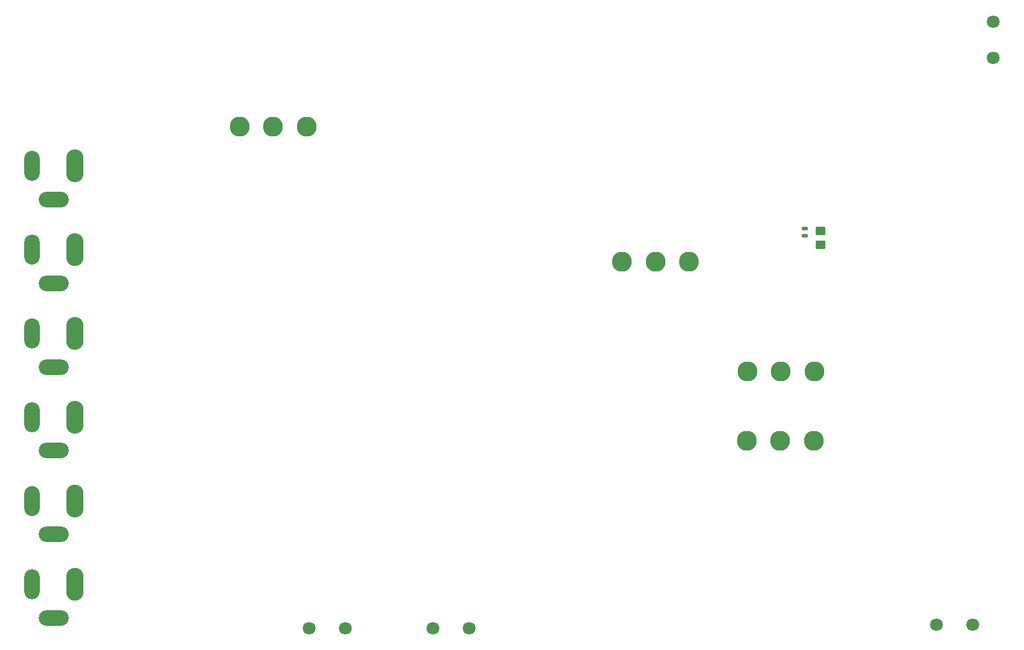
<source format=gbr>
%TF.GenerationSoftware,KiCad,Pcbnew,7.0.6-0*%
%TF.CreationDate,2024-04-05T07:01:27-03:00*%
%TF.ProjectId,Buoy,42756f79-2e6b-4696-9361-645f70636258,rev?*%
%TF.SameCoordinates,Original*%
%TF.FileFunction,Soldermask,Bot*%
%TF.FilePolarity,Negative*%
%FSLAX46Y46*%
G04 Gerber Fmt 4.6, Leading zero omitted, Abs format (unit mm)*
G04 Created by KiCad (PCBNEW 7.0.6-0) date 2024-04-05 07:01:27*
%MOMM*%
%LPD*%
G01*
G04 APERTURE LIST*
G04 Aperture macros list*
%AMRoundRect*
0 Rectangle with rounded corners*
0 $1 Rounding radius*
0 $2 $3 $4 $5 $6 $7 $8 $9 X,Y pos of 4 corners*
0 Add a 4 corners polygon primitive as box body*
4,1,4,$2,$3,$4,$5,$6,$7,$8,$9,$2,$3,0*
0 Add four circle primitives for the rounded corners*
1,1,$1+$1,$2,$3*
1,1,$1+$1,$4,$5*
1,1,$1+$1,$6,$7*
1,1,$1+$1,$8,$9*
0 Add four rect primitives between the rounded corners*
20,1,$1+$1,$2,$3,$4,$5,0*
20,1,$1+$1,$4,$5,$6,$7,0*
20,1,$1+$1,$6,$7,$8,$9,0*
20,1,$1+$1,$8,$9,$2,$3,0*%
G04 Aperture macros list end*
%ADD10C,2.804000*%
%ADD11C,1.803400*%
%ADD12O,2.404000X4.604000*%
%ADD13O,2.204000X4.204000*%
%ADD14O,4.204000X2.204000*%
%ADD15RoundRect,0.126500X-0.275500X0.150500X-0.275500X-0.150500X0.275500X-0.150500X0.275500X0.150500X0*%
%ADD16RoundRect,0.250000X-0.450000X0.350000X-0.450000X-0.350000X0.450000X-0.350000X0.450000X0.350000X0*%
G04 APERTURE END LIST*
D10*
%TO.C,SW4*%
X185440000Y-93180000D03*
X190140000Y-93180000D03*
X194840000Y-93180000D03*
%TD*%
%TO.C,SW2*%
X177277500Y-77732500D03*
X172577500Y-77732500D03*
X167877500Y-77732500D03*
%TD*%
D11*
%TO.C,J7*%
X124003400Y-129185000D03*
X129083400Y-129185000D03*
%TD*%
D12*
%TO.C,J5*%
X91161750Y-111313500D03*
D13*
X85161750Y-111313500D03*
D14*
X88161750Y-116013500D03*
%TD*%
D12*
%TO.C,J2*%
X91161750Y-76063500D03*
D13*
X85161750Y-76063500D03*
D14*
X88161750Y-80763500D03*
%TD*%
D12*
%TO.C,J1*%
X91161750Y-64313500D03*
D13*
X85161750Y-64313500D03*
D14*
X88161750Y-69013500D03*
%TD*%
D10*
%TO.C,SW3*%
X185330000Y-102860000D03*
X190030000Y-102860000D03*
X194730000Y-102860000D03*
%TD*%
D12*
%TO.C,J3*%
X91161750Y-87813500D03*
D13*
X85161750Y-87813500D03*
D14*
X88161750Y-92513500D03*
%TD*%
D11*
%TO.C,J14*%
X219940000Y-49120000D03*
X219940000Y-44040000D03*
%TD*%
D12*
%TO.C,J4*%
X91161750Y-99563500D03*
D13*
X85161750Y-99563500D03*
D14*
X88161750Y-104263500D03*
%TD*%
D12*
%TO.C,J6*%
X91161750Y-123063500D03*
D13*
X85161750Y-123063500D03*
D14*
X88161750Y-127763500D03*
%TD*%
D11*
%TO.C,J8*%
X211963400Y-128705000D03*
X217043400Y-128705000D03*
%TD*%
D10*
%TO.C,SW1*%
X114220000Y-58800000D03*
X118920000Y-58800000D03*
X123620000Y-58800000D03*
%TD*%
D11*
%TO.C,J11*%
X141322693Y-129185707D03*
X146402693Y-129185707D03*
%TD*%
D15*
%TO.C,TH1*%
X193517500Y-73050000D03*
X193517500Y-74100000D03*
%TD*%
D16*
%TO.C,R3*%
X195727500Y-73405000D03*
X195727500Y-75405000D03*
%TD*%
M02*

</source>
